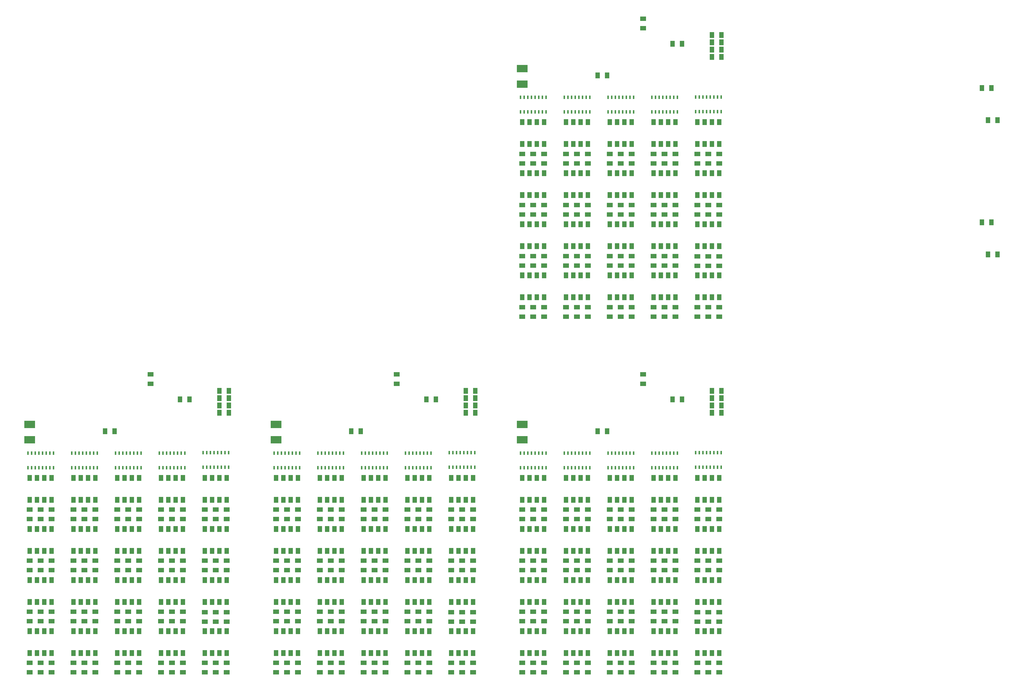
<source format=gbp>
G75*
G70*
%OFA0B0*%
%FSLAX25Y25*%
%IPPOS*%
%LPD*%
%AMOC8*
5,1,8,0,0,1.08239X$1,22.5*
%
%ADD100R,0.02000X0.04500*%
%ADD104C,0.00591*%
%ADD115R,0.08000X0.06000*%
%ADD32R,0.14760X0.10040*%
%ADD85R,0.06000X0.08000*%
X0010000Y0010000D02*
G01*
D104*
D115*
X0050620Y0201630D03*
X0050620Y0214630D03*
X0305620Y0074630D03*
X0305620Y0061630D03*
X0290620Y0061630D03*
X0290620Y0074630D03*
X0275620Y0271630D03*
X0275620Y0284630D03*
X0215620Y0131630D03*
X0215620Y0144630D03*
X0245620Y0284630D03*
X0245620Y0271630D03*
X0245620Y0214630D03*
X0245620Y0201630D03*
X0215620Y0061630D03*
X0215620Y0074630D03*
X0185620Y0284630D03*
X0185620Y0271630D03*
X0185620Y0144630D03*
X0185620Y0131630D03*
X0185620Y0214630D03*
X0185620Y0201630D03*
X0170620Y0271630D03*
X0170620Y0284630D03*
X0305620Y0284630D03*
X0305620Y0271630D03*
X0305620Y0144130D03*
X0305620Y0131130D03*
X0305620Y0214630D03*
X0305620Y0201630D03*
X0290620Y0271630D03*
X0290620Y0284630D03*
X0230620Y0061630D03*
X0230620Y0074630D03*
X0275620Y0131130D03*
X0275620Y0144130D03*
X0275620Y0201630D03*
X0275620Y0214630D03*
X0245620Y0074630D03*
X0245620Y0061630D03*
X0275620Y0061630D03*
X0275620Y0074630D03*
X0065620Y0074630D03*
X0065620Y0061630D03*
X0050620Y0061630D03*
X0050620Y0074630D03*
X0065620Y0214630D03*
X0065620Y0201630D03*
X0035620Y0271630D03*
X0035620Y0284630D03*
X0035620Y0061630D03*
X0035620Y0074630D03*
X0035620Y0201630D03*
X0035620Y0214630D03*
X0050620Y0271630D03*
X0050620Y0284630D03*
X0065620Y0284630D03*
X0065620Y0271630D03*
X0095620Y0061630D03*
X0095620Y0074630D03*
X0125620Y0284630D03*
X0125620Y0271630D03*
X0110620Y0061630D03*
X0110620Y0074630D03*
X0125620Y0214630D03*
X0125620Y0201630D03*
X0095620Y0201630D03*
X0095620Y0214630D03*
X0095620Y0131630D03*
X0095620Y0144630D03*
X0095620Y0271630D03*
X0095620Y0284630D03*
X0035620Y0131630D03*
X0035620Y0144630D03*
X0155620Y0131630D03*
X0155620Y0144630D03*
X0155620Y0201630D03*
X0155620Y0214630D03*
X0155620Y0061630D03*
X0155620Y0074630D03*
X0215620Y0201630D03*
X0215620Y0214630D03*
X0245620Y0144630D03*
X0245620Y0131630D03*
X0230620Y0271630D03*
X0230620Y0284630D03*
X0215620Y0271630D03*
X0215620Y0284630D03*
X0170620Y0061630D03*
X0170620Y0074630D03*
X0185620Y0074630D03*
X0185620Y0061630D03*
X0155620Y0271630D03*
X0155620Y0284630D03*
X0125620Y0144630D03*
X0125620Y0131630D03*
X0125620Y0074630D03*
X0125620Y0061630D03*
X0110620Y0271630D03*
X0110620Y0284630D03*
X0065620Y0144630D03*
X0065620Y0131630D03*
X0170620Y0201630D03*
X0170620Y0214630D03*
X0170620Y0131630D03*
X0170620Y0144630D03*
X0230620Y0131630D03*
X0230620Y0144630D03*
X0230620Y0201630D03*
X0230620Y0214630D03*
X0290620Y0201630D03*
X0290620Y0214630D03*
X0290620Y0131130D03*
X0290620Y0144130D03*
D85*
X0295500Y0447500D03*
X0308500Y0447500D03*
D115*
X0050620Y0131630D03*
X0050620Y0144630D03*
X0110620Y0201630D03*
X0110620Y0214630D03*
X0110620Y0131630D03*
X0110620Y0144630D03*
D85*
X0185620Y0228130D03*
X0175620Y0228130D03*
X0165620Y0228130D03*
X0155620Y0228130D03*
X0155620Y0258130D03*
X0165620Y0258130D03*
X0175620Y0258130D03*
X0185620Y0258130D03*
X0305620Y0158130D03*
X0295620Y0158130D03*
X0285620Y0158130D03*
X0275620Y0158130D03*
X0275620Y0188130D03*
X0285620Y0188130D03*
X0295620Y0188130D03*
X0305620Y0188130D03*
X0065620Y0298130D03*
X0055620Y0298130D03*
X0045620Y0298130D03*
X0035620Y0298130D03*
X0035620Y0328130D03*
X0045620Y0328130D03*
X0055620Y0328130D03*
X0065620Y0328130D03*
X0185620Y0158130D03*
X0175620Y0158130D03*
X0165620Y0158130D03*
X0155620Y0158130D03*
X0155620Y0188130D03*
X0165620Y0188130D03*
X0175620Y0188130D03*
X0185620Y0188130D03*
X0065620Y0158130D03*
X0055620Y0158130D03*
X0045620Y0158130D03*
X0035620Y0158130D03*
X0035620Y0188130D03*
X0045620Y0188130D03*
X0055620Y0188130D03*
X0065620Y0188130D03*
X0245620Y0228130D03*
X0235620Y0228130D03*
X0225620Y0228130D03*
X0215620Y0228130D03*
X0215620Y0258130D03*
X0225620Y0258130D03*
X0235620Y0258130D03*
X0245620Y0258130D03*
X0245620Y0158130D03*
X0235620Y0158130D03*
X0225620Y0158130D03*
X0215620Y0158130D03*
X0215620Y0188130D03*
X0225620Y0188130D03*
X0235620Y0188130D03*
X0245620Y0188130D03*
X0305620Y0228130D03*
X0295620Y0228130D03*
X0285620Y0228130D03*
X0275620Y0228130D03*
X0275620Y0258130D03*
X0285620Y0258130D03*
X0295620Y0258130D03*
X0305620Y0258130D03*
X0305620Y0298130D03*
X0295620Y0298130D03*
X0285620Y0298130D03*
X0275620Y0298130D03*
X0275620Y0328130D03*
X0285620Y0328130D03*
X0295620Y0328130D03*
X0305620Y0328130D03*
X0065620Y0088130D03*
X0055620Y0088130D03*
X0045620Y0088130D03*
X0035620Y0088130D03*
X0035620Y0118130D03*
X0045620Y0118130D03*
X0055620Y0118130D03*
X0065620Y0118130D03*
X0245620Y0298130D03*
X0235620Y0298130D03*
X0225620Y0298130D03*
X0215620Y0298130D03*
X0215620Y0328130D03*
X0225620Y0328130D03*
X0235620Y0328130D03*
X0245620Y0328130D03*
X0305620Y0088130D03*
X0295620Y0088130D03*
X0285620Y0088130D03*
X0275620Y0088130D03*
X0275620Y0118130D03*
X0285620Y0118130D03*
X0295620Y0118130D03*
X0305620Y0118130D03*
X0125620Y0088130D03*
X0115620Y0088130D03*
X0105620Y0088130D03*
X0095620Y0088130D03*
X0095620Y0118130D03*
X0105620Y0118130D03*
X0115620Y0118130D03*
X0125620Y0118130D03*
X0185620Y0298130D03*
X0175620Y0298130D03*
X0165620Y0298130D03*
X0155620Y0298130D03*
X0155620Y0328130D03*
X0165620Y0328130D03*
X0175620Y0328130D03*
X0185620Y0328130D03*
X0125620Y0228130D03*
X0115620Y0228130D03*
X0105620Y0228130D03*
X0095620Y0228130D03*
X0095620Y0258130D03*
X0105620Y0258130D03*
X0115620Y0258130D03*
X0125620Y0258130D03*
X0185620Y0088130D03*
X0175620Y0088130D03*
X0165620Y0088130D03*
X0155620Y0088130D03*
X0155620Y0118130D03*
X0165620Y0118130D03*
X0175620Y0118130D03*
X0185620Y0118130D03*
X0065620Y0228130D03*
X0055620Y0228130D03*
X0045620Y0228130D03*
X0035620Y0228130D03*
X0035620Y0258130D03*
X0045620Y0258130D03*
X0055620Y0258130D03*
X0065620Y0258130D03*
X0125620Y0298130D03*
X0115620Y0298130D03*
X0105620Y0298130D03*
X0095620Y0298130D03*
X0095620Y0328130D03*
X0105620Y0328130D03*
X0115620Y0328130D03*
X0125620Y0328130D03*
D32*
X0035620Y0401510D03*
X0035620Y0380250D03*
D85*
X0245620Y0088130D03*
X0235620Y0088130D03*
X0225620Y0088130D03*
X0215620Y0088130D03*
X0215620Y0118130D03*
X0225620Y0118130D03*
X0235620Y0118130D03*
X0245620Y0118130D03*
X0125620Y0158130D03*
X0115620Y0158130D03*
X0105620Y0158130D03*
X0095620Y0158130D03*
X0095620Y0188130D03*
X0105620Y0188130D03*
X0115620Y0188130D03*
X0125620Y0188130D03*
D100*
X0128120Y0342130D03*
X0123120Y0342130D03*
X0118120Y0342130D03*
X0113120Y0342130D03*
X0108120Y0342130D03*
X0103120Y0342130D03*
X0098120Y0342130D03*
X0093120Y0342130D03*
X0093120Y0362130D03*
X0098120Y0362130D03*
X0103120Y0362130D03*
X0108120Y0362130D03*
X0113120Y0362130D03*
X0118120Y0362130D03*
X0123120Y0362130D03*
X0128120Y0362130D03*
X0188120Y0342130D03*
X0183120Y0342130D03*
X0178120Y0342130D03*
X0173120Y0342130D03*
X0168120Y0342130D03*
X0163120Y0342130D03*
X0158120Y0342130D03*
X0153120Y0342130D03*
X0153120Y0362130D03*
X0158120Y0362130D03*
X0163120Y0362130D03*
X0168120Y0362130D03*
X0173120Y0362130D03*
X0178120Y0362130D03*
X0183120Y0362130D03*
X0188120Y0362130D03*
X0248120Y0342130D03*
X0243120Y0342130D03*
X0238120Y0342130D03*
X0233120Y0342130D03*
X0228120Y0342130D03*
X0223120Y0342130D03*
X0218120Y0342130D03*
X0213120Y0342130D03*
X0213120Y0362130D03*
X0218120Y0362130D03*
X0223120Y0362130D03*
X0228120Y0362130D03*
X0233120Y0362130D03*
X0238120Y0362130D03*
X0243120Y0362130D03*
X0248120Y0362130D03*
X0308120Y0342630D03*
X0303120Y0342630D03*
X0298120Y0342630D03*
X0293120Y0342630D03*
X0288120Y0342630D03*
X0283120Y0342630D03*
X0278120Y0342630D03*
X0273120Y0342630D03*
X0273120Y0362630D03*
X0278120Y0362630D03*
X0283120Y0362630D03*
X0288120Y0362630D03*
X0293120Y0362630D03*
X0298120Y0362630D03*
X0303120Y0362630D03*
X0308120Y0362630D03*
X0068120Y0342130D03*
X0063120Y0342130D03*
X0058120Y0342130D03*
X0053120Y0342130D03*
X0048120Y0342130D03*
X0043120Y0342130D03*
X0038120Y0342130D03*
X0033120Y0342130D03*
X0033120Y0362130D03*
X0038120Y0362130D03*
X0043120Y0362130D03*
X0048120Y0362130D03*
X0053120Y0362130D03*
X0058120Y0362130D03*
X0063120Y0362130D03*
X0068120Y0362130D03*
D85*
X0295500Y0427500D03*
X0308500Y0427500D03*
X0295500Y0417500D03*
X0308500Y0417500D03*
D115*
X0201000Y0470000D03*
X0201000Y0457000D03*
D85*
X0151800Y0392100D03*
X0138800Y0392100D03*
X0295500Y0437500D03*
X0308500Y0437500D03*
X0241500Y0435700D03*
X0254500Y0435700D03*
X0010000Y0497500D02*
G01*
D104*
X0287500Y0497500D02*
G01*
D104*
X0287500Y0775000D02*
G01*
D104*
X0347500Y0010000D02*
G01*
D104*
D115*
X0388120Y0201630D03*
X0388120Y0214630D03*
X0643120Y0074630D03*
X0643120Y0061630D03*
X0628120Y0061630D03*
X0628120Y0074630D03*
X0613120Y0271630D03*
X0613120Y0284630D03*
X0553120Y0131630D03*
X0553120Y0144630D03*
X0583120Y0284630D03*
X0583120Y0271630D03*
X0583120Y0214630D03*
X0583120Y0201630D03*
X0553120Y0061630D03*
X0553120Y0074630D03*
X0523120Y0284630D03*
X0523120Y0271630D03*
X0523120Y0144630D03*
X0523120Y0131630D03*
X0523120Y0214630D03*
X0523120Y0201630D03*
X0508120Y0271630D03*
X0508120Y0284630D03*
X0643120Y0284630D03*
X0643120Y0271630D03*
X0643120Y0144130D03*
X0643120Y0131130D03*
X0643120Y0214630D03*
X0643120Y0201630D03*
X0628120Y0271630D03*
X0628120Y0284630D03*
X0568120Y0061630D03*
X0568120Y0074630D03*
X0613120Y0131130D03*
X0613120Y0144130D03*
X0613120Y0201630D03*
X0613120Y0214630D03*
X0583120Y0074630D03*
X0583120Y0061630D03*
X0613120Y0061630D03*
X0613120Y0074630D03*
X0403120Y0074630D03*
X0403120Y0061630D03*
X0388120Y0061630D03*
X0388120Y0074630D03*
X0403120Y0214630D03*
X0403120Y0201630D03*
X0373120Y0271630D03*
X0373120Y0284630D03*
X0373120Y0061630D03*
X0373120Y0074630D03*
X0373120Y0201630D03*
X0373120Y0214630D03*
X0388120Y0271630D03*
X0388120Y0284630D03*
X0403120Y0284630D03*
X0403120Y0271630D03*
X0433120Y0061630D03*
X0433120Y0074630D03*
X0463120Y0284630D03*
X0463120Y0271630D03*
X0448120Y0061630D03*
X0448120Y0074630D03*
X0463120Y0214630D03*
X0463120Y0201630D03*
X0433120Y0201630D03*
X0433120Y0214630D03*
X0433120Y0131630D03*
X0433120Y0144630D03*
X0433120Y0271630D03*
X0433120Y0284630D03*
X0373120Y0131630D03*
X0373120Y0144630D03*
X0493120Y0131630D03*
X0493120Y0144630D03*
X0493120Y0201630D03*
X0493120Y0214630D03*
X0493120Y0061630D03*
X0493120Y0074630D03*
X0553120Y0201630D03*
X0553120Y0214630D03*
X0583120Y0144630D03*
X0583120Y0131630D03*
X0568120Y0271630D03*
X0568120Y0284630D03*
X0553120Y0271630D03*
X0553120Y0284630D03*
X0508120Y0061630D03*
X0508120Y0074630D03*
X0523120Y0074630D03*
X0523120Y0061630D03*
X0493120Y0271630D03*
X0493120Y0284630D03*
X0463120Y0144630D03*
X0463120Y0131630D03*
X0463120Y0074630D03*
X0463120Y0061630D03*
X0448120Y0271630D03*
X0448120Y0284630D03*
X0403120Y0144630D03*
X0403120Y0131630D03*
X0508120Y0201630D03*
X0508120Y0214630D03*
X0508120Y0131630D03*
X0508120Y0144630D03*
X0568120Y0131630D03*
X0568120Y0144630D03*
X0568120Y0201630D03*
X0568120Y0214630D03*
X0628120Y0201630D03*
X0628120Y0214630D03*
X0628120Y0131130D03*
X0628120Y0144130D03*
D85*
X0633000Y0447500D03*
X0646000Y0447500D03*
D115*
X0388120Y0131630D03*
X0388120Y0144630D03*
X0448120Y0201630D03*
X0448120Y0214630D03*
X0448120Y0131630D03*
X0448120Y0144630D03*
D85*
X0523120Y0228130D03*
X0513120Y0228130D03*
X0503120Y0228130D03*
X0493120Y0228130D03*
X0493120Y0258130D03*
X0503120Y0258130D03*
X0513120Y0258130D03*
X0523120Y0258130D03*
X0643120Y0158130D03*
X0633120Y0158130D03*
X0623120Y0158130D03*
X0613120Y0158130D03*
X0613120Y0188130D03*
X0623120Y0188130D03*
X0633120Y0188130D03*
X0643120Y0188130D03*
X0403120Y0298130D03*
X0393120Y0298130D03*
X0383120Y0298130D03*
X0373120Y0298130D03*
X0373120Y0328130D03*
X0383120Y0328130D03*
X0393120Y0328130D03*
X0403120Y0328130D03*
X0523120Y0158130D03*
X0513120Y0158130D03*
X0503120Y0158130D03*
X0493120Y0158130D03*
X0493120Y0188130D03*
X0503120Y0188130D03*
X0513120Y0188130D03*
X0523120Y0188130D03*
X0403120Y0158130D03*
X0393120Y0158130D03*
X0383120Y0158130D03*
X0373120Y0158130D03*
X0373120Y0188130D03*
X0383120Y0188130D03*
X0393120Y0188130D03*
X0403120Y0188130D03*
X0583120Y0228130D03*
X0573120Y0228130D03*
X0563120Y0228130D03*
X0553120Y0228130D03*
X0553120Y0258130D03*
X0563120Y0258130D03*
X0573120Y0258130D03*
X0583120Y0258130D03*
X0583120Y0158130D03*
X0573120Y0158130D03*
X0563120Y0158130D03*
X0553120Y0158130D03*
X0553120Y0188130D03*
X0563120Y0188130D03*
X0573120Y0188130D03*
X0583120Y0188130D03*
X0643120Y0228130D03*
X0633120Y0228130D03*
X0623120Y0228130D03*
X0613120Y0228130D03*
X0613120Y0258130D03*
X0623120Y0258130D03*
X0633120Y0258130D03*
X0643120Y0258130D03*
X0643120Y0298130D03*
X0633120Y0298130D03*
X0623120Y0298130D03*
X0613120Y0298130D03*
X0613120Y0328130D03*
X0623120Y0328130D03*
X0633120Y0328130D03*
X0643120Y0328130D03*
X0403120Y0088130D03*
X0393120Y0088130D03*
X0383120Y0088130D03*
X0373120Y0088130D03*
X0373120Y0118130D03*
X0383120Y0118130D03*
X0393120Y0118130D03*
X0403120Y0118130D03*
X0583120Y0298130D03*
X0573120Y0298130D03*
X0563120Y0298130D03*
X0553120Y0298130D03*
X0553120Y0328130D03*
X0563120Y0328130D03*
X0573120Y0328130D03*
X0583120Y0328130D03*
X0643120Y0088130D03*
X0633120Y0088130D03*
X0623120Y0088130D03*
X0613120Y0088130D03*
X0613120Y0118130D03*
X0623120Y0118130D03*
X0633120Y0118130D03*
X0643120Y0118130D03*
X0463120Y0088130D03*
X0453120Y0088130D03*
X0443120Y0088130D03*
X0433120Y0088130D03*
X0433120Y0118130D03*
X0443120Y0118130D03*
X0453120Y0118130D03*
X0463120Y0118130D03*
X0523120Y0298130D03*
X0513120Y0298130D03*
X0503120Y0298130D03*
X0493120Y0298130D03*
X0493120Y0328130D03*
X0503120Y0328130D03*
X0513120Y0328130D03*
X0523120Y0328130D03*
X0463120Y0228130D03*
X0453120Y0228130D03*
X0443120Y0228130D03*
X0433120Y0228130D03*
X0433120Y0258130D03*
X0443120Y0258130D03*
X0453120Y0258130D03*
X0463120Y0258130D03*
X0523120Y0088130D03*
X0513120Y0088130D03*
X0503120Y0088130D03*
X0493120Y0088130D03*
X0493120Y0118130D03*
X0503120Y0118130D03*
X0513120Y0118130D03*
X0523120Y0118130D03*
X0403120Y0228130D03*
X0393120Y0228130D03*
X0383120Y0228130D03*
X0373120Y0228130D03*
X0373120Y0258130D03*
X0383120Y0258130D03*
X0393120Y0258130D03*
X0403120Y0258130D03*
X0463120Y0298130D03*
X0453120Y0298130D03*
X0443120Y0298130D03*
X0433120Y0298130D03*
X0433120Y0328130D03*
X0443120Y0328130D03*
X0453120Y0328130D03*
X0463120Y0328130D03*
D32*
X0373120Y0401510D03*
X0373120Y0380250D03*
D85*
X0583120Y0088130D03*
X0573120Y0088130D03*
X0563120Y0088130D03*
X0553120Y0088130D03*
X0553120Y0118130D03*
X0563120Y0118130D03*
X0573120Y0118130D03*
X0583120Y0118130D03*
X0463120Y0158130D03*
X0453120Y0158130D03*
X0443120Y0158130D03*
X0433120Y0158130D03*
X0433120Y0188130D03*
X0443120Y0188130D03*
X0453120Y0188130D03*
X0463120Y0188130D03*
D100*
X0465620Y0342130D03*
X0460620Y0342130D03*
X0455620Y0342130D03*
X0450620Y0342130D03*
X0445620Y0342130D03*
X0440620Y0342130D03*
X0435620Y0342130D03*
X0430620Y0342130D03*
X0430620Y0362130D03*
X0435620Y0362130D03*
X0440620Y0362130D03*
X0445620Y0362130D03*
X0450620Y0362130D03*
X0455620Y0362130D03*
X0460620Y0362130D03*
X0465620Y0362130D03*
X0525620Y0342130D03*
X0520620Y0342130D03*
X0515620Y0342130D03*
X0510620Y0342130D03*
X0505620Y0342130D03*
X0500620Y0342130D03*
X0495620Y0342130D03*
X0490620Y0342130D03*
X0490620Y0362130D03*
X0495620Y0362130D03*
X0500620Y0362130D03*
X0505620Y0362130D03*
X0510620Y0362130D03*
X0515620Y0362130D03*
X0520620Y0362130D03*
X0525620Y0362130D03*
X0585620Y0342130D03*
X0580620Y0342130D03*
X0575620Y0342130D03*
X0570620Y0342130D03*
X0565620Y0342130D03*
X0560620Y0342130D03*
X0555620Y0342130D03*
X0550620Y0342130D03*
X0550620Y0362130D03*
X0555620Y0362130D03*
X0560620Y0362130D03*
X0565620Y0362130D03*
X0570620Y0362130D03*
X0575620Y0362130D03*
X0580620Y0362130D03*
X0585620Y0362130D03*
X0645620Y0342630D03*
X0640620Y0342630D03*
X0635620Y0342630D03*
X0630620Y0342630D03*
X0625620Y0342630D03*
X0620620Y0342630D03*
X0615620Y0342630D03*
X0610620Y0342630D03*
X0610620Y0362630D03*
X0615620Y0362630D03*
X0620620Y0362630D03*
X0625620Y0362630D03*
X0630620Y0362630D03*
X0635620Y0362630D03*
X0640620Y0362630D03*
X0645620Y0362630D03*
X0405620Y0342130D03*
X0400620Y0342130D03*
X0395620Y0342130D03*
X0390620Y0342130D03*
X0385620Y0342130D03*
X0380620Y0342130D03*
X0375620Y0342130D03*
X0370620Y0342130D03*
X0370620Y0362130D03*
X0375620Y0362130D03*
X0380620Y0362130D03*
X0385620Y0362130D03*
X0390620Y0362130D03*
X0395620Y0362130D03*
X0400620Y0362130D03*
X0405620Y0362130D03*
D85*
X0633000Y0427500D03*
X0646000Y0427500D03*
X0633000Y0417500D03*
X0646000Y0417500D03*
D115*
X0538500Y0470000D03*
X0538500Y0457000D03*
D85*
X0489300Y0392100D03*
X0476300Y0392100D03*
X0633000Y0437500D03*
X0646000Y0437500D03*
X0579000Y0435700D03*
X0592000Y0435700D03*
X0387500Y0775000D02*
G01*
D104*
X0685000Y0010000D02*
G01*
D104*
D115*
X0725620Y0201630D03*
X0725620Y0214630D03*
X0980620Y0074630D03*
X0980620Y0061630D03*
X0965620Y0061630D03*
X0965620Y0074630D03*
X0950620Y0271630D03*
X0950620Y0284630D03*
X0890620Y0131630D03*
X0890620Y0144630D03*
X0920620Y0284630D03*
X0920620Y0271630D03*
X0920620Y0214630D03*
X0920620Y0201630D03*
X0890620Y0061630D03*
X0890620Y0074630D03*
X0860620Y0284630D03*
X0860620Y0271630D03*
X0860620Y0144630D03*
X0860620Y0131630D03*
X0860620Y0214630D03*
X0860620Y0201630D03*
X0845620Y0271630D03*
X0845620Y0284630D03*
X0980620Y0284630D03*
X0980620Y0271630D03*
X0980620Y0144130D03*
X0980620Y0131130D03*
X0980620Y0214630D03*
X0980620Y0201630D03*
X0965620Y0271630D03*
X0965620Y0284630D03*
X0905620Y0061630D03*
X0905620Y0074630D03*
X0950620Y0131130D03*
X0950620Y0144130D03*
X0950620Y0201630D03*
X0950620Y0214630D03*
X0920620Y0074630D03*
X0920620Y0061630D03*
X0950620Y0061630D03*
X0950620Y0074630D03*
X0740620Y0074630D03*
X0740620Y0061630D03*
X0725620Y0061630D03*
X0725620Y0074630D03*
X0740620Y0214630D03*
X0740620Y0201630D03*
X0710620Y0271630D03*
X0710620Y0284630D03*
X0710620Y0061630D03*
X0710620Y0074630D03*
X0710620Y0201630D03*
X0710620Y0214630D03*
X0725620Y0271630D03*
X0725620Y0284630D03*
X0740620Y0284630D03*
X0740620Y0271630D03*
X0770620Y0061630D03*
X0770620Y0074630D03*
X0800620Y0284630D03*
X0800620Y0271630D03*
X0785620Y0061630D03*
X0785620Y0074630D03*
X0800620Y0214630D03*
X0800620Y0201630D03*
X0770620Y0201630D03*
X0770620Y0214630D03*
X0770620Y0131630D03*
X0770620Y0144630D03*
X0770620Y0271630D03*
X0770620Y0284630D03*
X0710620Y0131630D03*
X0710620Y0144630D03*
X0830620Y0131630D03*
X0830620Y0144630D03*
X0830620Y0201630D03*
X0830620Y0214630D03*
X0830620Y0061630D03*
X0830620Y0074630D03*
X0890620Y0201630D03*
X0890620Y0214630D03*
X0920620Y0144630D03*
X0920620Y0131630D03*
X0905620Y0271630D03*
X0905620Y0284630D03*
X0890620Y0271630D03*
X0890620Y0284630D03*
X0845620Y0061630D03*
X0845620Y0074630D03*
X0860620Y0074630D03*
X0860620Y0061630D03*
X0830620Y0271630D03*
X0830620Y0284630D03*
X0800620Y0144630D03*
X0800620Y0131630D03*
X0800620Y0074630D03*
X0800620Y0061630D03*
X0785620Y0271630D03*
X0785620Y0284630D03*
X0740620Y0144630D03*
X0740620Y0131630D03*
X0845620Y0201630D03*
X0845620Y0214630D03*
X0845620Y0131630D03*
X0845620Y0144630D03*
X0905620Y0131630D03*
X0905620Y0144630D03*
X0905620Y0201630D03*
X0905620Y0214630D03*
X0965620Y0201630D03*
X0965620Y0214630D03*
X0965620Y0131130D03*
X0965620Y0144130D03*
D85*
X0970500Y0447500D03*
X0983500Y0447500D03*
D115*
X0725620Y0131630D03*
X0725620Y0144630D03*
X0785620Y0201630D03*
X0785620Y0214630D03*
X0785620Y0131630D03*
X0785620Y0144630D03*
D85*
X0860620Y0228130D03*
X0850620Y0228130D03*
X0840620Y0228130D03*
X0830620Y0228130D03*
X0830620Y0258130D03*
X0840620Y0258130D03*
X0850620Y0258130D03*
X0860620Y0258130D03*
X0980620Y0158130D03*
X0970620Y0158130D03*
X0960620Y0158130D03*
X0950620Y0158130D03*
X0950620Y0188130D03*
X0960620Y0188130D03*
X0970620Y0188130D03*
X0980620Y0188130D03*
X0740620Y0298130D03*
X0730620Y0298130D03*
X0720620Y0298130D03*
X0710620Y0298130D03*
X0710620Y0328130D03*
X0720620Y0328130D03*
X0730620Y0328130D03*
X0740620Y0328130D03*
X0860620Y0158130D03*
X0850620Y0158130D03*
X0840620Y0158130D03*
X0830620Y0158130D03*
X0830620Y0188130D03*
X0840620Y0188130D03*
X0850620Y0188130D03*
X0860620Y0188130D03*
X0740620Y0158130D03*
X0730620Y0158130D03*
X0720620Y0158130D03*
X0710620Y0158130D03*
X0710620Y0188130D03*
X0720620Y0188130D03*
X0730620Y0188130D03*
X0740620Y0188130D03*
X0920620Y0228130D03*
X0910620Y0228130D03*
X0900620Y0228130D03*
X0890620Y0228130D03*
X0890620Y0258130D03*
X0900620Y0258130D03*
X0910620Y0258130D03*
X0920620Y0258130D03*
X0920620Y0158130D03*
X0910620Y0158130D03*
X0900620Y0158130D03*
X0890620Y0158130D03*
X0890620Y0188130D03*
X0900620Y0188130D03*
X0910620Y0188130D03*
X0920620Y0188130D03*
X0980620Y0228130D03*
X0970620Y0228130D03*
X0960620Y0228130D03*
X0950620Y0228130D03*
X0950620Y0258130D03*
X0960620Y0258130D03*
X0970620Y0258130D03*
X0980620Y0258130D03*
X0980620Y0298130D03*
X0970620Y0298130D03*
X0960620Y0298130D03*
X0950620Y0298130D03*
X0950620Y0328130D03*
X0960620Y0328130D03*
X0970620Y0328130D03*
X0980620Y0328130D03*
X0740620Y0088130D03*
X0730620Y0088130D03*
X0720620Y0088130D03*
X0710620Y0088130D03*
X0710620Y0118130D03*
X0720620Y0118130D03*
X0730620Y0118130D03*
X0740620Y0118130D03*
X0920620Y0298130D03*
X0910620Y0298130D03*
X0900620Y0298130D03*
X0890620Y0298130D03*
X0890620Y0328130D03*
X0900620Y0328130D03*
X0910620Y0328130D03*
X0920620Y0328130D03*
X0980620Y0088130D03*
X0970620Y0088130D03*
X0960620Y0088130D03*
X0950620Y0088130D03*
X0950620Y0118130D03*
X0960620Y0118130D03*
X0970620Y0118130D03*
X0980620Y0118130D03*
X0800620Y0088130D03*
X0790620Y0088130D03*
X0780620Y0088130D03*
X0770620Y0088130D03*
X0770620Y0118130D03*
X0780620Y0118130D03*
X0790620Y0118130D03*
X0800620Y0118130D03*
X0860620Y0298130D03*
X0850620Y0298130D03*
X0840620Y0298130D03*
X0830620Y0298130D03*
X0830620Y0328130D03*
X0840620Y0328130D03*
X0850620Y0328130D03*
X0860620Y0328130D03*
X0800620Y0228130D03*
X0790620Y0228130D03*
X0780620Y0228130D03*
X0770620Y0228130D03*
X0770620Y0258130D03*
X0780620Y0258130D03*
X0790620Y0258130D03*
X0800620Y0258130D03*
X0860620Y0088130D03*
X0850620Y0088130D03*
X0840620Y0088130D03*
X0830620Y0088130D03*
X0830620Y0118130D03*
X0840620Y0118130D03*
X0850620Y0118130D03*
X0860620Y0118130D03*
X0740620Y0228130D03*
X0730620Y0228130D03*
X0720620Y0228130D03*
X0710620Y0228130D03*
X0710620Y0258130D03*
X0720620Y0258130D03*
X0730620Y0258130D03*
X0740620Y0258130D03*
X0800620Y0298130D03*
X0790620Y0298130D03*
X0780620Y0298130D03*
X0770620Y0298130D03*
X0770620Y0328130D03*
X0780620Y0328130D03*
X0790620Y0328130D03*
X0800620Y0328130D03*
D32*
X0710620Y0401510D03*
X0710620Y0380250D03*
D85*
X0920620Y0088130D03*
X0910620Y0088130D03*
X0900620Y0088130D03*
X0890620Y0088130D03*
X0890620Y0118130D03*
X0900620Y0118130D03*
X0910620Y0118130D03*
X0920620Y0118130D03*
X0800620Y0158130D03*
X0790620Y0158130D03*
X0780620Y0158130D03*
X0770620Y0158130D03*
X0770620Y0188130D03*
X0780620Y0188130D03*
X0790620Y0188130D03*
X0800620Y0188130D03*
D100*
X0803120Y0342130D03*
X0798120Y0342130D03*
X0793120Y0342130D03*
X0788120Y0342130D03*
X0783120Y0342130D03*
X0778120Y0342130D03*
X0773120Y0342130D03*
X0768120Y0342130D03*
X0768120Y0362130D03*
X0773120Y0362130D03*
X0778120Y0362130D03*
X0783120Y0362130D03*
X0788120Y0362130D03*
X0793120Y0362130D03*
X0798120Y0362130D03*
X0803120Y0362130D03*
X0863120Y0342130D03*
X0858120Y0342130D03*
X0853120Y0342130D03*
X0848120Y0342130D03*
X0843120Y0342130D03*
X0838120Y0342130D03*
X0833120Y0342130D03*
X0828120Y0342130D03*
X0828120Y0362130D03*
X0833120Y0362130D03*
X0838120Y0362130D03*
X0843120Y0362130D03*
X0848120Y0362130D03*
X0853120Y0362130D03*
X0858120Y0362130D03*
X0863120Y0362130D03*
X0923120Y0342130D03*
X0918120Y0342130D03*
X0913120Y0342130D03*
X0908120Y0342130D03*
X0903120Y0342130D03*
X0898120Y0342130D03*
X0893120Y0342130D03*
X0888120Y0342130D03*
X0888120Y0362130D03*
X0893120Y0362130D03*
X0898120Y0362130D03*
X0903120Y0362130D03*
X0908120Y0362130D03*
X0913120Y0362130D03*
X0918120Y0362130D03*
X0923120Y0362130D03*
X0983120Y0342630D03*
X0978120Y0342630D03*
X0973120Y0342630D03*
X0968120Y0342630D03*
X0963120Y0342630D03*
X0958120Y0342630D03*
X0953120Y0342630D03*
X0948120Y0342630D03*
X0948120Y0362630D03*
X0953120Y0362630D03*
X0958120Y0362630D03*
X0963120Y0362630D03*
X0968120Y0362630D03*
X0973120Y0362630D03*
X0978120Y0362630D03*
X0983120Y0362630D03*
X0743120Y0342130D03*
X0738120Y0342130D03*
X0733120Y0342130D03*
X0728120Y0342130D03*
X0723120Y0342130D03*
X0718120Y0342130D03*
X0713120Y0342130D03*
X0708120Y0342130D03*
X0708120Y0362130D03*
X0713120Y0362130D03*
X0718120Y0362130D03*
X0723120Y0362130D03*
X0728120Y0362130D03*
X0733120Y0362130D03*
X0738120Y0362130D03*
X0743120Y0362130D03*
D85*
X0970500Y0427500D03*
X0983500Y0427500D03*
X0970500Y0417500D03*
X0983500Y0417500D03*
D115*
X0876000Y0470000D03*
X0876000Y0457000D03*
D85*
X0826800Y0392100D03*
X0813800Y0392100D03*
X0970500Y0437500D03*
X0983500Y0437500D03*
X0916500Y0435700D03*
X0929500Y0435700D03*
X0685000Y0497500D02*
G01*
D104*
D115*
X0725620Y0689130D03*
X0725620Y0702130D03*
X0980620Y0562130D03*
X0980620Y0549130D03*
X0965620Y0549130D03*
X0965620Y0562130D03*
X0950620Y0759130D03*
X0950620Y0772130D03*
X0890620Y0619130D03*
X0890620Y0632130D03*
X0920620Y0772130D03*
X0920620Y0759130D03*
X0920620Y0702130D03*
X0920620Y0689130D03*
X0890620Y0549130D03*
X0890620Y0562130D03*
X0860620Y0772130D03*
X0860620Y0759130D03*
X0860620Y0632130D03*
X0860620Y0619130D03*
X0860620Y0702130D03*
X0860620Y0689130D03*
X0845620Y0759130D03*
X0845620Y0772130D03*
X0980620Y0772130D03*
X0980620Y0759130D03*
X0980620Y0631630D03*
X0980620Y0618630D03*
X0980620Y0702130D03*
X0980620Y0689130D03*
X0965620Y0759130D03*
X0965620Y0772130D03*
X0905620Y0549130D03*
X0905620Y0562130D03*
X0950620Y0618630D03*
X0950620Y0631630D03*
X0950620Y0689130D03*
X0950620Y0702130D03*
X0920620Y0562130D03*
X0920620Y0549130D03*
X0950620Y0549130D03*
X0950620Y0562130D03*
X0740620Y0562130D03*
X0740620Y0549130D03*
X0725620Y0549130D03*
X0725620Y0562130D03*
X0740620Y0702130D03*
X0740620Y0689130D03*
X0710620Y0759130D03*
X0710620Y0772130D03*
X0710620Y0549130D03*
X0710620Y0562130D03*
X0710620Y0689130D03*
X0710620Y0702130D03*
X0725620Y0759130D03*
X0725620Y0772130D03*
X0740620Y0772130D03*
X0740620Y0759130D03*
X0770620Y0549130D03*
X0770620Y0562130D03*
X0800620Y0772130D03*
X0800620Y0759130D03*
X0785620Y0549130D03*
X0785620Y0562130D03*
X0800620Y0702130D03*
X0800620Y0689130D03*
X0770620Y0689130D03*
X0770620Y0702130D03*
X0770620Y0619130D03*
X0770620Y0632130D03*
X0770620Y0759130D03*
X0770620Y0772130D03*
X0710620Y0619130D03*
X0710620Y0632130D03*
X0830620Y0619130D03*
X0830620Y0632130D03*
X0830620Y0689130D03*
X0830620Y0702130D03*
X0830620Y0549130D03*
X0830620Y0562130D03*
X0890620Y0689130D03*
X0890620Y0702130D03*
X0920620Y0632130D03*
X0920620Y0619130D03*
X0905620Y0759130D03*
X0905620Y0772130D03*
X0890620Y0759130D03*
X0890620Y0772130D03*
X0845620Y0549130D03*
X0845620Y0562130D03*
X0860620Y0562130D03*
X0860620Y0549130D03*
X0830620Y0759130D03*
X0830620Y0772130D03*
X0800620Y0632130D03*
X0800620Y0619130D03*
X0800620Y0562130D03*
X0800620Y0549130D03*
X0785620Y0759130D03*
X0785620Y0772130D03*
X0740620Y0632130D03*
X0740620Y0619130D03*
X0845620Y0689130D03*
X0845620Y0702130D03*
X0845620Y0619130D03*
X0845620Y0632130D03*
X0905620Y0619130D03*
X0905620Y0632130D03*
X0905620Y0689130D03*
X0905620Y0702130D03*
X0965620Y0689130D03*
X0965620Y0702130D03*
X0965620Y0618630D03*
X0965620Y0631630D03*
D85*
X0970500Y0935000D03*
X0983500Y0935000D03*
D115*
X0725620Y0619130D03*
X0725620Y0632130D03*
X0785620Y0689130D03*
X0785620Y0702130D03*
X0785620Y0619130D03*
X0785620Y0632130D03*
D85*
X0860620Y0715630D03*
X0850620Y0715630D03*
X0840620Y0715630D03*
X0830620Y0715630D03*
X0830620Y0745630D03*
X0840620Y0745630D03*
X0850620Y0745630D03*
X0860620Y0745630D03*
X0980620Y0645630D03*
X0970620Y0645630D03*
X0960620Y0645630D03*
X0950620Y0645630D03*
X0950620Y0675630D03*
X0960620Y0675630D03*
X0970620Y0675630D03*
X0980620Y0675630D03*
X0740620Y0785630D03*
X0730620Y0785630D03*
X0720620Y0785630D03*
X0710620Y0785630D03*
X0710620Y0815630D03*
X0720620Y0815630D03*
X0730620Y0815630D03*
X0740620Y0815630D03*
X0860620Y0645630D03*
X0850620Y0645630D03*
X0840620Y0645630D03*
X0830620Y0645630D03*
X0830620Y0675630D03*
X0840620Y0675630D03*
X0850620Y0675630D03*
X0860620Y0675630D03*
X0740620Y0645630D03*
X0730620Y0645630D03*
X0720620Y0645630D03*
X0710620Y0645630D03*
X0710620Y0675630D03*
X0720620Y0675630D03*
X0730620Y0675630D03*
X0740620Y0675630D03*
X0920620Y0715630D03*
X0910620Y0715630D03*
X0900620Y0715630D03*
X0890620Y0715630D03*
X0890620Y0745630D03*
X0900620Y0745630D03*
X0910620Y0745630D03*
X0920620Y0745630D03*
X0920620Y0645630D03*
X0910620Y0645630D03*
X0900620Y0645630D03*
X0890620Y0645630D03*
X0890620Y0675630D03*
X0900620Y0675630D03*
X0910620Y0675630D03*
X0920620Y0675630D03*
X0980620Y0715630D03*
X0970620Y0715630D03*
X0960620Y0715630D03*
X0950620Y0715630D03*
X0950620Y0745630D03*
X0960620Y0745630D03*
X0970620Y0745630D03*
X0980620Y0745630D03*
X0980620Y0785630D03*
X0970620Y0785630D03*
X0960620Y0785630D03*
X0950620Y0785630D03*
X0950620Y0815630D03*
X0960620Y0815630D03*
X0970620Y0815630D03*
X0980620Y0815630D03*
X0740620Y0575630D03*
X0730620Y0575630D03*
X0720620Y0575630D03*
X0710620Y0575630D03*
X0710620Y0605630D03*
X0720620Y0605630D03*
X0730620Y0605630D03*
X0740620Y0605630D03*
X0920620Y0785630D03*
X0910620Y0785630D03*
X0900620Y0785630D03*
X0890620Y0785630D03*
X0890620Y0815630D03*
X0900620Y0815630D03*
X0910620Y0815630D03*
X0920620Y0815630D03*
X0980620Y0575630D03*
X0970620Y0575630D03*
X0960620Y0575630D03*
X0950620Y0575630D03*
X0950620Y0605630D03*
X0960620Y0605630D03*
X0970620Y0605630D03*
X0980620Y0605630D03*
X0800620Y0575630D03*
X0790620Y0575630D03*
X0780620Y0575630D03*
X0770620Y0575630D03*
X0770620Y0605630D03*
X0780620Y0605630D03*
X0790620Y0605630D03*
X0800620Y0605630D03*
X0860620Y0785630D03*
X0850620Y0785630D03*
X0840620Y0785630D03*
X0830620Y0785630D03*
X0830620Y0815630D03*
X0840620Y0815630D03*
X0850620Y0815630D03*
X0860620Y0815630D03*
X0800620Y0715630D03*
X0790620Y0715630D03*
X0780620Y0715630D03*
X0770620Y0715630D03*
X0770620Y0745630D03*
X0780620Y0745630D03*
X0790620Y0745630D03*
X0800620Y0745630D03*
X0860620Y0575630D03*
X0850620Y0575630D03*
X0840620Y0575630D03*
X0830620Y0575630D03*
X0830620Y0605630D03*
X0840620Y0605630D03*
X0850620Y0605630D03*
X0860620Y0605630D03*
X0740620Y0715630D03*
X0730620Y0715630D03*
X0720620Y0715630D03*
X0710620Y0715630D03*
X0710620Y0745630D03*
X0720620Y0745630D03*
X0730620Y0745630D03*
X0740620Y0745630D03*
X0800620Y0785630D03*
X0790620Y0785630D03*
X0780620Y0785630D03*
X0770620Y0785630D03*
X0770620Y0815630D03*
X0780620Y0815630D03*
X0790620Y0815630D03*
X0800620Y0815630D03*
D32*
X0710620Y0889010D03*
X0710620Y0867750D03*
D85*
X0920620Y0575630D03*
X0910620Y0575630D03*
X0900620Y0575630D03*
X0890620Y0575630D03*
X0890620Y0605630D03*
X0900620Y0605630D03*
X0910620Y0605630D03*
X0920620Y0605630D03*
X0800620Y0645630D03*
X0790620Y0645630D03*
X0780620Y0645630D03*
X0770620Y0645630D03*
X0770620Y0675630D03*
X0780620Y0675630D03*
X0790620Y0675630D03*
X0800620Y0675630D03*
D100*
X0803120Y0829630D03*
X0798120Y0829630D03*
X0793120Y0829630D03*
X0788120Y0829630D03*
X0783120Y0829630D03*
X0778120Y0829630D03*
X0773120Y0829630D03*
X0768120Y0829630D03*
X0768120Y0849630D03*
X0773120Y0849630D03*
X0778120Y0849630D03*
X0783120Y0849630D03*
X0788120Y0849630D03*
X0793120Y0849630D03*
X0798120Y0849630D03*
X0803120Y0849630D03*
X0863120Y0829630D03*
X0858120Y0829630D03*
X0853120Y0829630D03*
X0848120Y0829630D03*
X0843120Y0829630D03*
X0838120Y0829630D03*
X0833120Y0829630D03*
X0828120Y0829630D03*
X0828120Y0849630D03*
X0833120Y0849630D03*
X0838120Y0849630D03*
X0843120Y0849630D03*
X0848120Y0849630D03*
X0853120Y0849630D03*
X0858120Y0849630D03*
X0863120Y0849630D03*
X0923120Y0829630D03*
X0918120Y0829630D03*
X0913120Y0829630D03*
X0908120Y0829630D03*
X0903120Y0829630D03*
X0898120Y0829630D03*
X0893120Y0829630D03*
X0888120Y0829630D03*
X0888120Y0849630D03*
X0893120Y0849630D03*
X0898120Y0849630D03*
X0903120Y0849630D03*
X0908120Y0849630D03*
X0913120Y0849630D03*
X0918120Y0849630D03*
X0923120Y0849630D03*
X0983120Y0830130D03*
X0978120Y0830130D03*
X0973120Y0830130D03*
X0968120Y0830130D03*
X0963120Y0830130D03*
X0958120Y0830130D03*
X0953120Y0830130D03*
X0948120Y0830130D03*
X0948120Y0850130D03*
X0953120Y0850130D03*
X0958120Y0850130D03*
X0963120Y0850130D03*
X0968120Y0850130D03*
X0973120Y0850130D03*
X0978120Y0850130D03*
X0983120Y0850130D03*
X0743120Y0829630D03*
X0738120Y0829630D03*
X0733120Y0829630D03*
X0728120Y0829630D03*
X0723120Y0829630D03*
X0718120Y0829630D03*
X0713120Y0829630D03*
X0708120Y0829630D03*
X0708120Y0849630D03*
X0713120Y0849630D03*
X0718120Y0849630D03*
X0723120Y0849630D03*
X0728120Y0849630D03*
X0733120Y0849630D03*
X0738120Y0849630D03*
X0743120Y0849630D03*
D85*
X0970500Y0915000D03*
X0983500Y0915000D03*
X0970500Y0905000D03*
X0983500Y0905000D03*
D115*
X0876000Y0957500D03*
X0876000Y0944500D03*
D85*
X0826800Y0879600D03*
X0813800Y0879600D03*
X0970500Y0925000D03*
X0983500Y0925000D03*
X0916500Y0923200D03*
X0929500Y0923200D03*
X0487500Y0775000D02*
G01*
D104*
X1022500Y0010000D02*
G01*
D104*
X0010000Y0895000D02*
G01*
D104*
X1022500Y0304400D02*
G01*
D104*
X1022500Y0598800D02*
G01*
D104*
D85*
X1361850Y0634300D03*
X1348850Y0634300D03*
X1340400Y0678350D03*
X1353400Y0678350D03*
X1022500Y0782800D02*
G01*
D104*
D85*
X1361850Y0818300D03*
X1348850Y0818300D03*
X1340400Y0862350D03*
X1353400Y0862350D03*
M02*

</source>
